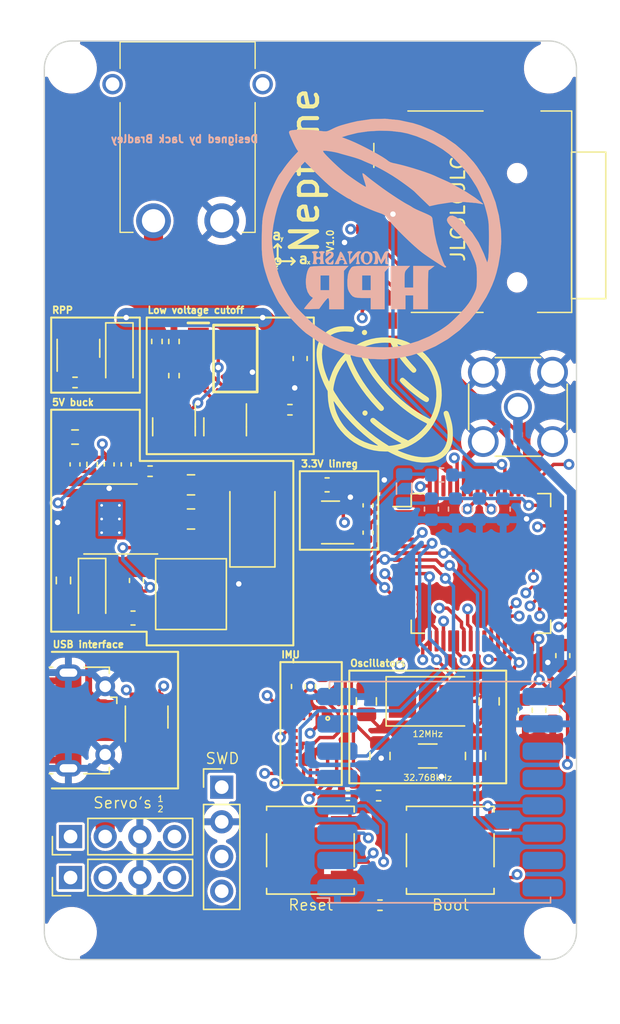
<source format=kicad_pcb>
(kicad_pcb (version 20221018) (generator pcbnew)
  (layers (0 "F.Cu" signal) (1 "In1.Cu" signal) (2 "In2.Cu" signal) (31 "B.Cu" signal) (34 "B.Paste" user) (35 "F.Paste" user) (36 "B.SilkS" user "B.Silkscreen") (37 "F.SilkS" user "F.Silkscreen") (38 "B.Mask" user) (39 "F.Mask" user) (44 "Edge.Cuts" user))
  (net 0 "")
  (net 1 "/STM32/OSC32_IN")
  (net 2 "GND")
  (net 3 "/STM32/OSC32_OUT")
  (net 4 "/STM32/OSC_OUT")
  (net 5 "+3.3V")
  (net 6 "+5V")
  (net 7 "VDC")
  (net 8 "Net-(U3-BOOT)")
  (net 9 "Net-(D2-K)")
  (net 10 "Net-(U7-VDDA)")
  (net 11 "VCC")
  (net 12 "Net-(U3-SS)")
  (net 13 "Net-(C17-Pad1)")
  (net 14 "Net-(U3-COMP)")
  (net 15 "/STM32/NRST")
  (net 16 "/STM32/OSC_IN")
  (net 17 "Net-(U7-VCAP1)")
  (net 18 "Net-(D1-A)")
  (net 19 "VBUS")
  (net 21 "/CS_SD")
  (net 22 "/MOSI_SD")
  (net 23 "/CLK_SD")
  (net 24 "/MISO_SD")
  (net 26 "Net-(J2-Pin_1)")
  (net 27 "Net-(J3-In)")
  (net 28 "/STM32/USB_conn_D-")
  (net 29 "/STM32/USB_conn_D+")
  (net 31 "/STM32/SWDIO")
  (net 32 "/STM32/SWCLK")
  (net 33 "/STM32/S1_control")
  (net 34 "/STM32/S1_feedback")
  (net 35 "/STM32/S2_control")
  (net 36 "/STM32/S2_feedback")
  (net 37 "Net-(Q2-G)")
  (net 38 "Net-(U1-K)")
  (net 39 "Net-(U2A--)")
  (net 40 "Net-(U3-EN)")
  (net 41 "Net-(U3-VSENSE)")
  (net 42 "/STM32/BOOT0")
  (net 43 "/MISO_RF")
  (net 44 "/MOSI_RF")
  (net 45 "/SCK_RF")
  (net 46 "/CS_RF")
  (net 47 "/RESET_RF")
  (net 51 "/RF_1O0")
  (net 54 "/STM32/USB_D-")
  (net 55 "/STM32/USB_D+")
  (net 60 "/IMU_SCK")
  (net 61 "/IMU_MISO")
  (net 62 "/IMU_MOSI")
  (net 65 "/CE_ACC")
  (net 66 "/CE_GYR")
  (net 67 "/CE_MAG")
  (net 90 "+3V3")
  (footprint "Resistor_SMD:R_0402_1005Metric" (layer "F.Cu") (at 100.25 82.75 -90)
    (fp_text reference "R4" hide)
    (fp_text value "10k")
  )
  (footprint "Local Library:neptune_outline" (layer "F.Cu") (at 115.7 86.625 -90)
    (fp_text reference "G***" hide)
    (fp_text value "LOGO" hide)
  )
  (footprint "Capacitor_SMD:C_0805_2012Metric" (layer "F.Cu") (at 123.35 109.1 -90)
    (fp_text reference "C3" hide)
    (fp_text value "33p")
  )
  (footprint "Capacitor_SMD:C_0402_1005Metric" (layer "F.Cu") (at 114.475 96.75 -90)
    (fp_text reference "C16" hide)
    (fp_text value "1u")
  )
  (footprint "Package_TO_SOT_SMD:SOT-23" (layer "F.Cu") (at 104 89 -90)
    (fp_text reference "U1" hide)
    (fp_text value "ADR5040ARTZ-2.048")
  )
  (footprint "Resistor_SMD:R_0402_1005Metric" (layer "F.Cu") (at 115.35 124.025)
    (fp_text reference "R10" hide)
    (fp_text value "10k")
  )
  (footprint "Resistor_SMD:R_0603_1608Metric" (layer "F.Cu") (at 93 89.75 180)
    (fp_text reference "R9" hide)
    (fp_text value "1.91k")
  )
  (footprint "Capacitor_SMD:C_0402_1005Metric" (layer "F.Cu") (at 96.75 91.75 90)
    (fp_text reference "C15" hide)
    (fp_text value "8.2n")
  )
  (footprint "Capacitor_SMD:C_0805_2012Metric" (layer "F.Cu") (at 114.35 109.1 -90)
    (fp_text reference "C21" hide)
    (fp_text value "33p")
  )
  (footprint "Capacitor_SMD:C_0603_1608Metric" (layer "F.Cu") (at 97.25 103)
    (fp_text reference "C19" hide)
    (fp_text value "10u")
  )
  (footprint "Resistor_SMD:R_0402_1005Metric" (layer "F.Cu") (at 115.25 116)
    (fp_text reference "R11" hide)
    (fp_text value "10k")
  )
  (footprint "Capacitor_SMD:C_0402_1005Metric" (layer "F.Cu") (at 113 116 180)
    (fp_text reference "C20" hide)
    (fp_text value "1u")
  )
  (footprint "Capacitor_SMD:C_0603_1608Metric" (layer "F.Cu") (at 109.5 84 -90)
    (fp_text reference "C7" hide)
    (fp_text value "100nF")
  )
  (footprint "Diode_SMD:D_SOD-123" (layer "F.Cu") (at 94.25 101 -90)
    (fp_text reference "D3" hide)
    (fp_text value "B5819W")
  )
  (footprint "MountingHole:MountingHole_3.2mm_M3" (layer "F.Cu") (at 127.75 62.75)
    (fp_text reference "H1")
    (fp_text value "MountingHole")
  )
  (footprint "Resistor_SMD:R_0402_1005Metric" (layer "F.Cu") (at 94.25 91.75 90)
    (fp_text reference "R7" hide)
    (fp_text value "36.5k")
  )
  (footprint "Connector_PinHeader_2.54mm:PinHeader_1x04_P2.54mm_Vertical" (layer "F.Cu") (at 92.67 119 90)
    (fp_text reference "J7" hide)
    (fp_text value "Conn_01x04")
  )
  (footprint "Local Library:THD252811SDGF" (layer "F.Cu") (at 122.15 73.25 90)
    (fp_text reference "J1" hide)
    (fp_text value "THD2528-11SD-GF" hide)
  )
  (footprint "Crystal:Crystal_SMD_5032-2Pin_5.0x3.2mm" (layer "F.Cu") (at 118.85 109.1)
    (fp_text reference "Y2" hide)
    (fp_text value "12MHz")
  )
  (footprint "Capacitor_SMD:C_0603_1608Metric" (layer "F.Cu") (at 128.01 109.75 -90)
    (fp_text reference "C4" hide)
    (fp_text value "100nF")
  )
  (footprint "MountingHole:MountingHole_3.2mm_M3" (layer "F.Cu") (at 92.75 62.75)
    (fp_text reference "H2")
    (fp_text value "MountingHole")
  )
  (footprint "Package_TO_SOT_SMD:SOT-23" (layer "F.Cu") (at 111.725 96 180)
    (fp_text reference "U4" hide)
    (fp_text value "LP3993-33B3F")
  )
  (footprint "Connector_PinHeader_2.54mm:PinHeader_1x04_P2.54mm_Vertical" (layer "F.Cu") (at 103.75 115.38)
    (fp_text reference "J5" hide)
    (fp_text value "Conn_01x04")
  )
  (footprint "Local Library:IHLP2020CZER100M01" (layer "F.Cu") (at 101.5 101.25 -90)
    (fp_text reference "L1" hide)
    (fp_text value "IHLP2020CZER100M01")
  )
  (footprint "Resistor_SMD:R_0402_1005Metric" (layer "F.Cu") (at 99 82.75 90)
    (fp_text reference "R3" hide)
    (fp_text value "30k")
  )
  (footprint "Capacitor_SMD:C_0603_1608Metric" (layer "F.Cu") (at 111.475 93.25)
    (fp_text reference "C6" hide)
    (fp_text value "100nF")
  )
  (footprint "Package_TO_SOT_SMD:SOT-23" (layer "F.Cu") (at 93.25 83.25 90)
    (fp_text reference "Q1" hide)
    (fp_text value "Si2301-TP")
  )
  (footprint "Local Library:XT30PWM" (layer "F.Cu") (at 101.25 68)
    (fp_text reference "J2" hide)
    (fp_text value "Conn_01x02" hide)
  )
  (footprint "Package_SO:SOIC-8-1EP_3.9x4.9mm_P1.27mm_EP2.29x3mm_ThermalVias" (layer "F.Cu") (at 95.6 95.75 180)
    (fp_text reference "U3" hide)
    (fp_text value "TPS54331D")
  )
  (footprint "Connector_Coaxial:SMA_Amphenol_132291_Vertical" (layer "F.Cu") (at 125.46 87.54)
    (fp_text reference "J3" hide)
    (fp_text value "Conn_Coaxial")
  )
  (footprint "Capacitor_SMD:C_0603_1608Metric" (layer "F.Cu") (at 97.5 100.25 90)
    (fp_text reference "C8" hide)
    (fp_text value "100nF")
  )
  (footprint "Capacitor_SMD:C_0402_1005Metric" (layer "F.Cu") (at 95.5 91.75 -90)
    (fp_text reference "C18" hide)
    (fp_text value "10p")
  )
  (footprint "Capacitor_SMD:C_0805_2012Metric" (layer "F.Cu") (at 122.35 113.1 -90)
    (fp_text reference "C1" hide)
    (fp_text value "15p")
  )
  (footprint "Resistor_SMD:R_0402_1005Metric" (layer "F.Cu") (at 100.25 85.25 -90)
    (fp_text reference "R1" hide)
    (fp_text value "56k")
  )
  (footprint "Capacitor_SMD:C_0402_1005Metric" (layer "F.Cu") (at 114.475 94.75 -90)
    (fp_text reference "C13" hide)
    (fp_text value "1u")
  )
  (footprint "Resistor_SMD:R_0603_1608Metric" (layer "F.Cu") (at 92.15 100.25 -90)
    (fp_text reference "R8" hide)
    (fp_text value "10.2k")
  )
  (footprint "Capacitor_SMD:C_0603_1608Metric" (layer "F.Cu") (at 128.75 105.75 -90)
    (fp_text reference "C26" hide)
    (fp_text value "4.7u")
  )
  (footprint "Resistor_SMD:R_0402_1005Metric" (layer "F.Cu") (at 108.75 87.75)
    (fp_text reference "R5" hide)
    (fp_text value "100k")
  )
  (footprint "Connector_USB:USB_Micro-B_Molex-105017-0001" (layer "F.Cu") (at 93.75 110.5 -90)
    (fp_text reference "J4" hide)
    (fp_text value "USB_B_Micro")
  )
  (footprint "Capacitor_SMD:C_0805_2012Metric_Pad1.18x1.45mm_HandSolder" (layer "F.Cu") (at 101.5 93.25)
    (fp_text reference "C14" hide)
    (fp_text value "10u")
  )
  (footprint "Package_TO_SOT_SMD:SOT-23-6" (layer "F.Cu") (at 98.25 110.25 90)
    (fp_text reference "U6" hide)
    (fp_text value "USBLC6-2SC6")
  )
  (footprint "MountingHole:MountingHole_3.2mm_M3" (layer "F.Cu") (at 92.75 126)
    (fp_text reference "H3")
    (fp_text value "MountingHole")
  )
  (footprint "Package_QFP:LQFP-64_10x10mm_P0.5mm" (layer "F.Cu") (at 122.75 99)
    (fp_text reference "U7" hide)
    (fp_text value "STM32F411RETx")
  )
  (footprint "Capacitor_SMD:C_0805_2012Metric" (layer "F.Cu") (at 115.35 113.1 -90)
    (fp_text reference "C2" hide)
    (fp_text value "15p")
  )
  (footprint "MountingHole:MountingHole_3.2mm_M3" (layer "F.Cu") (at 127.75 126)
    (fp_text reference "H4")
    (fp_text value "MountingHole")
  )
  (footprint "Capacitor_SMD:C_0805_2012Metric_Pad1.18x1.45mm_HandSolder" (layer "F.Cu") (at 101.5 95.75)
    (fp_text reference "C12" hide)
    (fp_text value "10u")
  )
  (footprint "Capacitor_SMD:C_0402_1005Metric" (layer "F.Cu") (at 93 91.75 90)
    (fp_text reference "C17" hide)
    (fp_text value "1n")
  )
  (footprint "Button_Switch_SMD:SW_Push_1P1T_NO_CK_KSC6xxJ" (layer "F.Cu") (at 120.5 120 180)
    (fp_text reference "SW1" hide)
    (fp_text value "TS-1187A-B-A-B")
  )
  (footprint "Capacitor_SMD:C_0603_1608Metric" (layer "F.Cu") (at 126 109.75 -90)
    (fp_text reference "C5" hide)
    (fp_text value "100nF")
  )
  (footprint "Capacitor_SMD:C_0603_1608Metric" (layer "F.Cu") (at 109.375 108.012249 90)
    (fp_text reference "C24" hide)
    (fp_text value "100nF")
  )
  (footprint "Diode_SMD:D_SOD-123" (layer "F.Cu") (at 96.25 83.75 -90)
    (fp_text reference "D1" hide)
    (fp_text value "B5819W")
  )
  (footprint "Button_Switch_SMD:SW_Push_1P1T_NO_CK_KSC6xxJ" (layer "F.Cu") (at 110.25 120 180)
    (fp_text reference "SW2" hide)
    (fp_text value "TS-1187A-B-A-B")
  )
  (footprint "Capacitor_SMD:C_0603_1608Metric" (layer "F.Cu") (at 111.125 108.012249 90)
    (fp_text reference "C25" hide)
    (fp_text value "100nF")
  )
  (footprint "Diode_SMD:D_SMA" (layer "F.Cu") (at 106 95.75 90)
    (fp_text reference "D2" hide)
    (fp_text value "RB056LAM-40TR")
  )
  (footprint "Local Library:SOIC127P600X175-8N" (layer "F.Cu") (at 104.75 84)
    (fp_text reference "U2" hide)
    (fp_text value "LM393" hide)
  )
  (footprint "Crystal:Crystal_SMD_3215-2Pin_3.2x1.5mm" (layer "F.Cu") (at 118.85 113.1)
    (fp_text reference "Y1" hide)
    (fp_text value "32.768k")
  )
  (footprint "Local Library:BMX055" (layer "F.Cu") (at 110.25 112.25)
    (fp_text reference "U8" hide)
    (fp_text value "BMX055")
  )
  (footprint "Connector_PinHeader_2.54mm:PinHeader_1x04_P2.54mm_Vertical" (layer "F.Cu") (at 92.67 122 90)
    (fp_text reference "J6" hide)
    (fp_text value "Conn_01x04")
  )
  (footprint "Resistor_SMD:R_0402_1005Metric" (layer "F.Cu") (at 98.5 92.25)
    (fp_text reference "R6" hide)
    (fp_text value "NC")
  )
  (footprint "Resistor_SMD:R_0402_1005Metric" (layer "F.Cu") (at 93 85.75)
    (fp_text reference "R2" hide)
    (fp_text value "100k")
  )
  (footprint "Package_TO_SOT_SMD:SOT-23" (layer "F.Cu") (at 100.25 89 -90)
    (fp_text reference "Q2" hide)
    (fp_text value "AO3401A")
  )
  (footprint "Capacitor_SMD:C_0603_1608Metric" (layer "B.Cu") (at 124.38 95.025 -90)
    (fp_text reference "C23" hide)
    (fp_text value "1u")
  )
  (footprint "Local_footprints:HPR_Logo" (layer "B.Cu") (at 115.5 75.25 180)
    (fp_text reference "H5" hide)
    (fp_text value "HPR_Logo" hide)
  )
  (footprint "Capacitor_SMD:C_0603_1608Metric" (layer "B.Cu") (at 120.88 95.025 -90)
    (fp_text reference "C10" hide)
    (fp_text value "100nF")
  )
  (footprint "RF_Module:HOPERF_RFM9XW_SMD" (layer "B.Cu") (at 119.75 115.75)
    (fp_text reference "U5" hide)
    (fp_text value "RFM95W-915S2")
  )
  (footprint "Inductor_SMD:L_0805_2012Metric" (layer "B.Cu") (at 117.12 93.525 90)
    (fp_text reference "L2" hide)
    (fp_text value "10u")
  )
  (footprint "Capacitor_SMD:C_0603_1608Metric" (layer "B.Cu") (at 119.12 95.025 -90)
    (fp_text reference "C9" hide)
    (fp_text value "100nF")
  )
  (footprint "Capacitor_SMD:C_0603_1608Metric" (layer "B.Cu") (at 122.63 95.025 -90)
    (fp_text reference "C22" hide)
    (fp_text value "10n")
  )
  (footprint "Capacitor_SMD:C_0603_1608Metric" (layer "B.Cu") (at 119.87 92.525)
    (fp_text reference "C11" hide)
    (fp_text value "100nF")
  )
  (gr_line (start 107.85 76.875) (end 109.1 76.875) (stroke (width 0.15)) (layer "F.SilkS"))
  (gr_line (start 109 106.25) (end 109 106) (stroke (width 0.15)) (layer "F.SilkS"))
  (gr_line (start 108.05 115.225) (end 108.05 106.225) (stroke (width 0.15)) (layer "F.SilkS"))
  (gr_line (start 91.25 81) (end 97.5 81) (stroke (width 0.15)) (layer "F.SilkS"))
  (gr_line (start 98.25 91) (end 110.5 91) (stroke (width 0.15)) (layer "F.SilkS"))
  (gr_line (start 91.25 86.5) (end 91.25 81) (stroke (width 0.15)) (layer "F.SilkS"))
  (gr_line (start 110.5 81) (end 110.5 91) (stroke (width 0.15)) (layer "F.SilkS"))
  (gr_line (start 112.55 115.225) (end 108.05 115.225) (stroke (width 0.15)) (layer "F.SilkS"))
  (gr_line (start 97.75 87.75) (end 97.75 91.5) (stroke (width 0.15)) (layer "F.SilkS"))
  (gr_line (start 91.3 105.475) (end 100.55 105.475) (stroke (width 0.15)) (layer "F.SilkS"))
  (gr_circle (center 107.85 76.875) (end 107.75 77.075) (stroke (width 0.15)) (fill none) (layer "F.SilkS"))
  (gr_line (start 109.1 76.875) (end 108.85 77.125) (stroke (width 0.15)) (layer "F.SilkS"))
  (gr_line (start 113.1 106.85) (end 124.6 106.85) (stroke (width 0.15)) (layer "F.SilkS"))
  (gr_line (start 124.6 115.1) (end 113.1 115.1) (stroke (width 0.15)) (layer "F.SilkS"))
  (gr_line (start 113.1 106.85) (end 113.1 115.1) (stroke (width 0.15)) (layer "F.SilkS"))
  (gr_line (start 107.85 75.625) (end 108.1 75.875) (stroke (width 0.15)) (layer "F.SilkS"))
  (gr_line (start 109.475 92.25) (end 115.225 92.25) (stroke (width 0.15)) (layer "F.SilkS"))
  (gr_line (start 112.55 114.975) (end 112.55 115.225) (stroke (width 0.15)) (layer "F.SilkS"))
  (gr_line (start 98.25 81) (end 110.5 81) (stroke (width 0.15)) (layer "F.SilkS"))
  (gr_line (start 97.75 81) (end 97.75 86.5) (stroke (width 0.15)) (layer "F.SilkS"))
  (gr_line (start 100.55 115.225) (end 100.55 115.475) (stroke (width 0.15)) (layer "F.SilkS"))
  (gr_line (start 109.1 76.875) (end 108.85 76.625) (stroke (width 0.15)) (layer "F.SilkS"))
  (gr_line (start 112.55 106.225) (end 112.55 114.975) (stroke (width 0.15)) (layer "F.SilkS"))
  (gr_line (start 97.5 81) (end 97.75 81) (stroke (width 0.15)) (layer "F.SilkS"))
  (gr_line (start 98.25 81) (end 98.25 91) (stroke (width 0.15)) (layer "F.SilkS"))
  (gr_line (start 91.25 104) (end 98.25 104) (stroke (width 0.15)) (layer "F.SilkS"))
  (gr_line (start 98.25 104) (end 98.25 105) (stroke (width 0.15)) (layer "F.SilkS"))
  (gr_line (start 107.85 75.625) (end 107.6 75.875) (stroke (width 0.15)) (layer "F.SilkS"))
  (gr_line (start 109 91.5) (end 109 105) (stroke (width 0.15)) (layer "F.SilkS"))
  (gr_line (start 100.55 115.475) (end 91.3 115.475) (stroke (width 0.15)) (layer "F.SilkS"))
  (gr_line (start 91.25 87.75) (end 91.25 104) (stroke (width 0.15)) (layer "F.SilkS"))
  (gr_line (start 107.85 76.875) (end 107.85 75.625) (stroke (width 0.15)) (layer "F.SilkS"))
  (gr_line (start 115.225 98) (end 109.475 98) (stroke (width 0.15)) (layer "F.SilkS"))
  (gr_line (start 91.25 87.75) (end 97.75 87.75) (stroke (width 0.15)) (layer "F.SilkS"))
  (gr_line (start 115.225 92.25) (end 115.225 98) (stroke (width 0.15)) (layer "F.SilkS"))
  (gr_line (start 109.475 98) (end 109.475 92.25) (stroke (width 0.15)) (layer "F.SilkS"))
  (gr_line (start 108.05 106.225) (end 112.55 106.225) (stroke (width 0.15)) (layer "F.SilkS"))
  (gr_line (start 124.6 106.85) (end 124.6 115.1) (stroke (width 0.15)) (layer "F.SilkS"))
  (gr_line (start 100.55 105.475) (end 100.55 115.225) (stroke (width 0.15)) (layer "F.SilkS"))
  (gr_line (start 97.75 91.5) (end 109 91.5) (stroke (width 0.15)) (layer "F.SilkS"))
  (gr_line (start 97.75 86.5) (end 91.25 86.5) (stroke (width 0.15)) (layer "F.SilkS"))
  (gr_line (start 98.25 105) (end 109 105) (stroke (width 0.15)) (layer "F.SilkS"))
  (gr_arc (start 90.75 62.75) (mid 91.335786 61.335786) (end 92.75 60.75) (stroke (width 0.1)) (layer "Edge.Cuts"))
  (gr_line (start 127.75 128) (end 92.75 128) (stroke (width 0.1)) (layer "Edge.Cuts"))
  (gr_line (start 92.75 60.75) (end 127.75 60.75) (stroke (width 0.1)) (layer "Edge.Cuts"))
  (gr_line (start 129.75 62.75) (end 129.75 126) (stroke (width 0.1)) (layer "Edge.Cuts"))
  (gr_line (start 90.75 126) (end 90.75 62.75) (stroke (width 0.1)) (layer "Edge.Cuts"))
  (gr_arc (start 129.75 126) (mid 129.164214 127.414214) (end 127.75 128) (stroke (width 0.1)) (layer "Edge.Cuts"))
  (gr_arc (start 92.75 128) (mid 91.335786 127.414214) (end 90.75 126) (stroke (width 0.1)) (layer "Edge.Cuts"))
  (gr_arc (start 127.75 60.75) (mid 129.164214 61.335786) (end 129.75 62.75) (stroke (width 0.1)) (layer "Edge.Cuts"))
  (gr_text "Designed by Jack Bradley" (at 106.5 68.25) (layer "B.SilkS") (effects (font (size 0.55 0.55) (thickness 0.1375) bold) (justify left bottom mirror)))
  (gr_text "Boot" (at 119.102619 124.475) (layer "F.SilkS") (effects (font (size 0.8 0.8) (thickness 0.1)) (justify left bottom)))
  (gr_text "SWD" (at 102.5 113.75) (layer "F.SilkS") (effects (font (size 0.8 0.8) (thickness 0.1)) (justify left bottom)))
  (gr_text "a" (at 109.3 77.125) (layer "F.SilkS") (effects (font (size 0.75 0.75)) (justify left bottom)))
  (gr_text "y" (at 108 75.375) (layer "F.SilkS") (effects (font (size 0.3 0.3) (thickness 0.075)) (justify left bottom)))
  (gr_text "IMU\n" (at 108.05 105.975) (layer "F.SilkS") (effects (font (size 0.5 0.5) (thickness 0.125)) (justify left bottom)))
  (gr_text "V1.0" (at 112 76.25 90) (layer "F.SilkS") (effects (font (size 0.5 0.5) (thickness 0.1) bold) (justify left bottom)))
  (gr_text "Servo's" (at 94.272619 117) (layer "F.SilkS") (effects (font (size 0.8 0.8) (thickness 0.1)) (justify left bottom)))
  (gr_text "Neptune\n" (at 111 76.5 90) (layer "F.SilkS") (effects (font (size 2 2) (thickness 0.3)) (justify left bottom)))
  (gr_text "12MHz" (at 117.697679 111.75) (layer "F.SilkS") (effects (font (size 0.45 0.45) (thickness 0.075)) (justify left bottom)))
  (gr_text "Low voltage cutoff" (at 98.25 80.75) (layer "F.SilkS") (effects (font (size 0.5 0.5) (thickness 0.125)) (justify left bottom)))
  (gr_text "3.3V linreg" (at 109.5 92) (layer "F.SilkS") (effects (font (size 0.5 0.5) (thickness 0.125)) (justify left bottom)))
  (gr_text "JLCJLCJLC" (at 121.65 77 90) (layer "F.SilkS") (effects (font (size 1 1)) (justify left bottom)))
  (gr_text "32.768kHz" (at 117.022679 114.95) (layer "F.SilkS") (effects (font (size 0.45 0.45) (thickness 0.075)) (justify left bottom)))
  (gr_text "z" (at 107.6 77.475) (layer "F.SilkS") (effects (font (size 0.3 0.3) (thickness 0.075)) (justify left bottom)))
  (gr_text "5V buck\n" (at 91.25 87.5) (layer "F.SilkS") (effects (font (size 0.5 0.5) (thickness 0.125)) (justify left bottom)))
  (gr_text "a" (at 106.95 77.475) (layer "F.SilkS") (effects (font (size 0.75 0.75)) (justify left bottom)))
  (gr_text "RPP" (at 91.25 80.75) (layer "F.SilkS") (effects (font (size 0.5 0.5) (thickness 0.125)) (justify left bottom)))
  (gr_text "x\n" (at 109.95 77.125) (layer "F.SilkS") (effects (font (size 0.3 0.3) (thickness 0.075)) (justify left bottom)))
  (gr_text "1" (at 99 116.5) (layer "F.SilkS") (effects (font (size 0.45 0.45) (thickness 0.075)) (justify left bottom)))
  (gr_text "USB interface" (at 91.3 105.225) (layer "F.SilkS") (effects (font (size 0.5 0.5) (thickness 0.125)) (justify left bottom)))
  (gr_text "2" (at 99 117.25) (layer "F.SilkS") (effects (font (size 0.45 0.45) (thickness 0.075)) (justify left bottom)))
  (gr_text "Oscillators" (at 113.1 106.6) (layer "F.SilkS") (effects (font (size 0.5 0.5) (thickness 0.125)) (justify left bottom)))
  (gr_text "Reset" (at 108.566905 124.475) (layer "F.SilkS") (effects (font (size 0.8 0.8) (thickness 0.1)) (justify left bottom)))
  (gr_text "a" (at 107.35 75.375) (layer "F.SilkS") (effects (font (size 0.75 0.75)) (justify left bottom)))
  (segment (start 115.25 96.25) (end 117.075 96.25) (width 0.25) (layer "F.Cu") (net 1))
  (segment (start 113.4 113.638173) (end 113.4 111.274569) (width 0.25) (layer "F.Cu") (net 1))
  (segment (start 118.325 114.875) (end 114.636827 114.875) (width 0.25) (layer "F.Cu") (net 1))
  (segment (start 115.25 97.5) (end 115.25 96.25) (width 0.25) (layer "F.Cu") (net 1))
  (segment (start 112.8 99.95) (end 115.25 97.5) (width 0.25) (layer "F.Cu") (net 1))
  (segment (start 120.1 113.1) (end 121.4 113.1) (width 0.25) (layer "F.Cu") (net 1))
  (segment (start 113.4 111.274569) (end 112.8 110.674569) (width 0.25) (layer "F.Cu") (net 1))
  (segment (start 121.4 113.1) (end 122.35 112.15) (width 0.25) (layer "F.Cu") (net 1))
  (segment (start 112.8 110.674569) (end 112.8 99.95) (width 0.25) (layer "F.Cu") (net 1))
  (segment (start 114.636827 114.875) (end 113.4 113.638173) (width 0.25) (layer "F.Cu") (net 1))
  (segment (start 120.1 113.1) (end 118.325 114.875) (width 0.25) (layer "F.Cu") (net 1))
  (segment (start 109.5 85.75) (end 109.5 84.775) (width 0.25) (layer "F.Cu") (net 2))
  (segment (start 127.434315 95.6) (end 126.228728 95.6) (width 0.25) (layer "F.Cu") (net 2))
  (segment (start 114.475 97.23) (end 112.9425 97.23) (width 0.25) (layer "F.Cu") (net 2))
  (segment (start 127.925 106.525) (end 127.65 106.25) (width 0.25) (layer "F.Cu") (net 2))
  (segment (start 128.425 95.75) (end 127.584315 95.75) (width 0.25) (layer "F.Cu") (net 2))
  (segment (start 119.5 103.834315) (end 118.175 102.509315) (width 0.25) (layer "F.Cu") (net 2))
  (segment (start 113.179392 94.1505) (end 112.278892 93.25) (width 0.25) (layer "F.Cu") (net 2))
  (segment (start 126 105.515685) (end 126 104.675) (width 0.25) (layer "F.Cu") (net 2))
  (segment (start 109.1 86.15) (end 109.5 85.75) (width 0.25) (layer "F.Cu") (net 2))
  (segment (start 92.1095 96.385) (end 91.7245 96) (width 0.25) (layer "F.Cu") (net 2))
  (segment (start 93.125 96.385) (end 92.1095 96.385) (width 0.25) (layer "F.Cu") (net 2))
  (segment (start 115.625 111.325) (end 122.075 111.325) (width 0.25) (layer "F.Cu") (net 2))
  (segment (start 93 91.27) (end 93 90.575) (width 0.25) (layer "F.Cu") (net 2))
  (segment (start 128.75 106.525) (end 127.925 106.525) (width 0.25) (layer "F.Cu") (net 2))
  (segment (start 111.075 113.25) (end 111.5125 113.25) (width 0.25) (layer "F.Cu") (net 2))
  (segment (start 95.782391 92.23) (end 96.742391 91.27) (width 0.25) (layer "F.Cu") (net 2))
  (segment (start 95.5 92.23) (end 95.782391 92.23) (width 0.25) (layer "F.Cu") (net 2))
  (segment (start 95.5 93.5) (end 95.5 92.23) (width 0.25) (layer "F.Cu") (net 2))
  (segment (start 112.9425 97.23) (end 112.6625 96.95) (width 0.25) (layer "F.Cu") (net 2))
  (segment (start 115.35 114.05) (end 115.35 113.3495) (width 0.25) (layer "F.Cu") (net 2))
  (segment (start 114.35 110.05) (end 115.625 111.325) (width 0.25) (layer "F.Cu") (net 2))
  (segment (start 114.475 95.23) (end 114.878604 95.23) (width 0.25) (layer "F.Cu") (net 2))
  (segment (start 115.666825 94.441779) (end 115.666825 92.891077) (width 0.25) (layer "F.Cu") (net 2))
  (segment (start 112.52 116) (end 112.625 115.895) (width 0.25) (layer "F.Cu") (net 2))
  (segment (start 126.734315 106.25) (end 126 105.515685) (width 0.25) (layer "F.Cu") (net 2))
  (segment (start 111.074749 112.25) (end 110.599749 112.725) (width 0.25) (layer "F.Cu") (net 2))
  (segment (start 102.038 85.905) (end 103.05 86.917) (width 0.25) (layer "F.Cu") (net 2))
  (segment (start 96.742391 91.27) (end 96.75 91.27) (width 0.25) (layer "F.Cu") (net 2))
  (segment (start 112.625 115.895) (end 112.625 112.806914) (width 0.25) (layer "F.Cu") (net 2))
  (segment (start 126.228728 95.6) (end 126.091823 95.736905) (width 0.25) (layer "F.Cu") (net 2))
  (segment (start 111.5125 113.75) (end 111.5125 113.25) (width 0.25) (layer "F.Cu") (net 2))
  (segment (start 93 90.575) (end 93.825 89.75) (width 0.25) (layer "F.Cu") (net 2))
  (segment (start 127.584315 95.75) (end 127.434315 95.6) (width 0.25) (layer "F.Cu") (net 2))
  (segment (start 117.915685 100.75) (end 117.075 100.75) (width 0.25) (layer "F.Cu") (net 2))
  (segment (start 127.65 106.25) (end 126.734315 106.25) (width 0.25) (layer "F.Cu") (net 2))
  (segment (start 110.55 112.725) (end 111.075 113.25) (width 0.25) (layer "F.Cu") (net 2))
  (segment (start 119.5 104.675) (end 119.5 103.834315) (width 0.25) (layer "F.Cu") (net 2))
  (segment (start 115.35 113.3495) (end 115.437451 113.262049) (width 0.25) (layer "F.Cu") (net 2))
  (segment (start 118.175 102.509315) (end 118.175 101.009315) (width 0.25) (layer "F.Cu") (net 2))
  (segment (start 112.278892 93.25) (end 112.25 93.25) (width 0.25) (layer "F.Cu") (net 2))
  (segment (start 103.05 86.917) (end 103.05 88.0625) (width 0.25) (layer "F.Cu") (net 2))
  (segment (start 111.5125 112.25) (end 111.074749 112.25) (width 0.25) (layer "F.Cu") (net 2))
  (segment (start 118.175 101.009315) (end 117.915685 100.75) (width 0.25) (layer "F.Cu") (net 2))
  (segment (start 112.625 112.806914) (end 112.068086 112.25) (width 0.25) (layer "F.Cu") (net 2))
  (segment (start 110.599749 112.725) (end 110.55 112.725) (width 0.25) (layer "F.Cu") (net 2))
  (segment (start 122.075 111.325) (end 123.35 110.05) (width 0.25) (layer "F.Cu") (net 2))
  (segment (start 112.068086 112.25) (end 111.5125 112.25) (width 0.25) (layer "F.Cu") (net 2))
  (segment (start 114.878604 95.23) (end 115.666825 94.441779) (width 0.25) (layer "F.Cu") (net 2))
  (via (at 119.85 114.6) (size 0.8) (drill 0.4) (layers "F.Cu" "B.Cu") (net 2))
  (via (at 113.179392 94.1505) (size 0.8) (drill 0.4) (layers "F.Cu" "B.Cu") (net 2))
  (via (at 127.65 106.25) (size 0.8) (drill 0.4) (layers "F.Cu" "B.Cu") (net 2))
  (via (at 109.1 86.15) (size 0.8) (drill 0.4) (layers "F.Cu" "B.Cu") (net 2))
  (via (at 91.7245 96) (size 0.8) (drill 0.4) (layers "F.Cu" "B.Cu") (net 2))
  (via (at 112.75 75.5) (size 0.8) (drill 0.4) (layers "F.Cu" "B.Cu") (net 2))
  (via (at 105 100.5) (size 0.8) (drill 0.4) (layers "F.Cu" "B.Cu") (net 2))
  (via (at 106 85) (size 0.8) (drill 0.4) (layers "F.Cu" "B.Cu") (net 2))
  (via (at 95.5 93.5) (size 0.8) (drill 0.4) (layers "F.Cu" "B.Cu") (net 2))
  (via (at 126.091823 95.736905) (size 0.8) (drill 0.4) (layers "F.Cu" "B.Cu") (net 2))
  (via (at 115.666825 92.891077) (size 0.8) (drill 0.4) (layers "F.Cu" "B.Cu") (net 2))
  (via (at 115.437451 113.262049) (size 0.8) (drill 0.4) (layers "F.Cu" "B.Cu") (net 2))
  (segment (start 91.7245 96) (end 93.75 96) (width 0.25) (layer "B.Cu") (net 2))
  (segment (start 94.825 94.175) (end 95.5 93.5) (width 0.25) (layer "B.Cu") (net 2))
  (segment (start 109.1 86.15) (end 107.15 86.15) (width 0.25) (layer "B.Cu") (net 2))
  (segment (start 94.375 95.375) (end 94.375 94.175) (width 0.25) (layer "B.Cu") (net 2))
  (segment (start 107.15 86.15) (end 106 85) (width 0.25) (layer "B.Cu") (net 2))
  (segment (start 94.375 94.175) (end 94.825 94.175) (width 0.25) (layer "B.Cu") (net 2))
  (segment (start 93.75 96) (end 94.375 95.375) (width 0.25) (layer "B.Cu") (net 2))
  (segment (start 115.7 96.75) (end 117.075 96.75) (width 0.25) (layer "F.Cu") (net 3))
  (segment (start 113.25 110.488173) (end 113.25 100.136396) (width 0.25) (layer "F.Cu") (net 3))
  (segment (start 115.35 112.15) (end 116.3 113.1) (width 0.25) (layer "F.Cu") (net 3))
  (segment (start 113.25 100.136396) (end 115.7 97.686396) (width 0.25) (layer "F.Cu") (net 3))
  (segment (start 115.7 97.686396) (end 115.7 96.75) (width 0.25) (layer "F.Cu") (net 3))
  (segment (start 114.911827 112.15) (end 113.25 110.488173) (width 0.25) (layer "F.Cu") (net 3))
  (segment (start 115.35 112.15) (end 114.911827 112.15) (width 0.25) (layer "F.Cu") (net 3))
  (segment (start 116.3 113.1) (end 117.6 113.1) (width 0.25) (layer "F.Cu") (net 3))
  (segment (start 120.7 107.2495) (end 120.7 109.1) (width 0.25) (layer "F.Cu") (net 4))
  (segment (start 122.4 109.1) (end 123.35 108.15) (width 0.25) (layer "F.Cu") (net 4))
  (segment (start 119.5 106.0495) (end 120.7 107.2495) (width 0.25) (layer "F.Cu") (net 4))
  (segment (start 120.7 109.1) (end 122.4 109.1) (width 0.25) (layer "F.Cu") (net 4))
  (segment (start 118.943863 97.75) (end 119.168363 97.5255) (width 0.25) (layer "F.Cu") (net 4))
  (segment (start 117.075 97.75) (end 118.943863 97.75) (width 0.25) (layer "F.Cu") (net 4))
  (via (at 119.5 106.0495) (size 0.8) (drill 0.4) (layers "F.Cu" "B.Cu") (net 4))
  (via (at 119.168363 97.5255) (size 0.8) (drill 0.4) (layers "F.Cu" "B.Cu") (net 4))
  (segment (start 118.25403 98.439833) (end 118.25403 103.25403) (width 0.25) (layer "B.Cu") (net 4))
  (segment (start 118.25403 103.25403) (end 118.25403 104.80353) (width 0.25) (layer "B.Cu") (net 4))
  (segment (start 119.168363 97.5255) (end 118.25403 98.439833) (width 0.25) (layer "B.Cu") (net 4))
  (segment (start 118.25403 104.80353) (end 119.5 106.0495) (width 0.25) (layer "B.Cu") (net 4))
  (segment (start 115.495 95.25) (end 117.075 95.25) (width 0.25) (layer "F.Cu") (net 5))
  (segment (start 112.6625 95.05) (end 112.6625 95.9125) (width 0.25) (layer "F.Cu") (net 5))
  (segment (start 117.6 117.4) (end 117.6 118) (width 0.25) (layer "F.Cu") (net 5))
  (segment (start 126 108.54) (end 127.0245 107.5155) (width 0.25) (layer "F.Cu") (net 5))
  (segment (start 126.847728 104.675) (end 126.5 104.675) (width 0.25) (layer "F.Cu") (net 5))
  (segment (start 123.4 118) (end 123.4 116.9) (width 0.25) (layer "F.Cu") (net 5))
  (segment (start 114.5 74.525) (end 113.2 74.525) (width 0.25) (layer "F.Cu") (net 5))
  (segment (start 116.51 116.75) (end 118.25 116.75) (width 0.25) (layer "F.Cu") (net 5))
  (segment (start 115.76 116) (end 116.51 116.75) (width 0.25) (layer "F.Cu") (net 5))
  (segment (start 118.25 116.75) (end 117.6 117.4) (width 0.25) (layer "F.Cu") (net 5))
  (segment (start 112.6625 95.05) (end 113.255 95.05) (width 0.25) (layer "F.Cu") (net 5))
  (segment (start 128.15 108.975) (end 129.1 109.925) (width 0.25) (layer "F.Cu") (net 5))
  (segment (start 113.255 95.05) (end 114.475 96.27) (width 0.25) (layer "F.Cu") (net 5))
  (segment (start 128.01 108.975) (end 128.15 108.975) (width 0.25) (layer "F.Cu") (net 5))
  (segment (start 129.1 109.925) (end 129.1 113.696783) (width 0.25) (layer "F.Cu") (net 5))
  (segment (start 123.25 116.75) (end 118.25 116.75) (width 0.25) (layer "F.Cu") (net 5))
  (segment (start 128.01 108.975) (end 128.01 108.501) (width 0.25) (layer "F.Cu") (net 5))
  (segment (start 129.1 113.696783) (end 129.086655 113.710128) (width 0.25) (layer "F.Cu") (net 5))
  (segment (start 128.01 108.501) (end 127.0245 107.5155) (width 0.25) (layer "F.Cu") (net 5))
  (segment (start 123.4 116.9) (end 123.25 116.75) (width 0.25) (layer "F.Cu") (net 5))
  (segment (start 126 108.975) (end 126 108.54) (width 0.25) (layer "F.Cu") (net 5))
  (segment (start 112.6625 95.9125) (end 112.75 96) (width 0.25) (layer "F.Cu") (net 5))
  (segment (start 127.001 104.521728) (end 126.847728 104.675) (width 0.25) (layer "F.Cu") (net 5))
  (segment (start 114.475 96.27) (end 115.495 95.25) (width 0.25) (layer "F.Cu") (net 5))
  (via (at 127.001 104.521728) (size 0.8) (drill 0.4) (layers "F.Cu" "B.Cu") (net 5))
  (via (at 120.011397 103.224756) (size 0.8) (drill 0.4) (layers "F.Cu" "B.Cu") (net 5))
  (via (at 113.2 74.525) (size 0.8) (drill 0.4) (layers "F.Cu" "B.Cu") (net 5))
  (via (at 110.25 108) (size 0.8) (drill 0.4) (layers "F.Cu" "B.Cu") (net 5))
  (via (at 126.25 94.75) (size 0.8) (drill 0.4) (layers "F.Cu" "B.Cu") (net 5))
  (via (at 112.75 96) (size 0.8) (drill 0.4) (layers "F.Cu" "B.Cu") (net 5))
  (via (at 129.086655 113.710128) (size 0.8) (drill 0.4) (layers "F.Cu" "B.Cu") (net 5))
  (via (at 127.0245 107.5155) (size 0.8) (drill 0.4) (layers "F.Cu" "B.Cu") (net 5))
  (via (at 123.25 116.75) (size 0.8) (drill 0.4) (layers "F.Cu" "B.Cu") (net 5))
  (via (at 118.303559 93.374121) (size 0.8) (drill 0.4) (layers "F.Cu" "B.Cu") (net 5))
  (segment (start 127.0245 107.5155) (end 126.925 107.416) (width 0.25) (layer "B.Cu") (net 5))
  (segment (start 126.925 107.416) (end 126.925 104.597728) (width 0.25) (layer "B.Cu") (net 5))
  (segment (start 126.925 104.597728) (end 127.001 104.521728) (width 0.25) (layer "B.Cu") (net 5))
  (segment (start 123.25 116.75) (end 127.275 116.75) (width 0.25) (layer "B.Cu") (net 5))
  (segment (start 114.475 93.40901) (end 114.475 94.05) (width 1.4) (layer "F.Cu") (net 6))
  (segment (start 111.55901 91.875) (end 112.94099 91.875) (width 1.4) (layer "F.Cu") (net 6))
  (segment (start 97.45901 104.5) (end 100.6755 104.5) (width 1.4) (layer "F.Cu") (net 6))
  (segment (start 96.475 103.51599) (end 97.45901 104.5) (width 1.4) (layer "F.Cu") (net 6))
  (segment (start 95.4 100.5) (end 94.25 99.35) (width 1.4) (layer "F.Cu") (net 6))
  (segment (start 100.8 111.934924) (end 97.759924 114.975) (width 1.4) (layer "F.Cu") (net 6))
  (segment (start 110.7875 96.9625) (end 110.7875 96) (width 1.4) (layer "F.Cu") (net 6))
  (segment (start 110.7 93.25) (end 110.7 92.73401) (width 1.4) (layer "F.Cu") (net 6))
  (segment (start 112.94099 91.875) (end 114.475 93.40901) (width 1.4) (layer "F.Cu") (net 6))
  (segment (start 95.55 114.975) (end 95.21 115.315) (width 1.4) (layer "F.Cu") (net 6))
  (segment (start 110.7875 96) (end 110.7875 93.3375) (width 1.4) (layer "F.Cu") (net 6))
  (segment (start 94.25 99.35) (end 94.25 99.355635) (width 1.4) (layer "F.Cu") (net 6))
  (segment (start 94.25 99.355635) (end 92.530635 101.075) (width 1.4) (layer "F.Cu") (net 6))
  (segment (start 101.5 103.6755) (end 100.8 104.3755) (width 1.4) (layer "F.Cu") (net 6))
  (segment (start 95.75 100.5) (end 95.4 100.5) (width 1.4) (layer "F.Cu") (net 6))
  (segment (start 110.7875 93.3375) (end 110.7 93.25) (width 1.4) (layer "F.Cu") (net 6))
  (segment (start 100.8 104.3755) (end 100.8 111.934924) (width 1.4) (layer "F.Cu") (net 6))
  (segment (start 95.21 119) (end 95.21 115.315) (width 1.4) (layer "F.Cu") (net 6))
  (segment (start 101.5 103.6755) (end 104.0745 103.6755) (width 1.4) (layer "F.Cu") (net 6))
  (segment (start 95.75 101.95901) (end 95.75 100.5) (width 1.4) (layer "F.Cu") (net 6))
  (segment (start 96.475 103) (end 96.475 102.68401) (width 1.4) (layer "F.Cu") (net 6))
  (segment (start 110.7 92.73401) (end 111.55901 91.875) (width 1.4) (layer "F.Cu") (net 6))
  (segment (start 96.475 103) (end 96.475 103.51599) (width 1.4) (layer "F.Cu") (net 6))
  (segment (start 92.530635 101.075) (end 92.15 101.075) (width 1.4) (layer "F.Cu") (net 6))
  (segment (start 97.759924 114.975) (end 95.55 114.975) (width 1.4) (layer "F.Cu") (net 6))
  (segment (start 104.0745 103.6755) (end 110.7875 96.9625) (width 1.4) (layer "F.Cu") (net 6))
  (segment (start 96.475 102.68401) (end 95.75 101.95901) (width 1.4) (layer "F.Cu") (net 6))
  (segment (start 100.6755 104.5) (end 101.5 103.6755) (width 1.4) (layer "F.Cu") (net 6))
  (segment (start 109.5 82.4905) (end 109.5 83.225) (width 1.4) (layer "F.Cu") (net 7))
  (segment (start 107.462 82.095) (end 107.462 81.712) (width 1.4) (layer "F.Cu") (net 7))
  (segment (start 94.2 84.15) (end 96.25 82.1) (width 1.4) (layer "F.Cu") (net 7))
  (segment (start 94.2 84.1875) (end 94.2 84.15) (width 1.4) (layer "F.Cu") (net 7))
  (segment (start 109.1045 82.095) (end 109.5 82.4905) (width 1.4) (layer "F.Cu") (net 7))
  (segment (start 96.25 82.295) (end 99.03 85.075) (width 1.4) (layer "F.Cu") (net 7))
  (segment (start 96.75 81) (end 96.75 81.6) (width 1.4) (layer "F.Cu") (net 7))
  (segment (start 110.875 86.285) (end 109.41 87.75) (width 1.4) (layer "F.Cu") (net 7))
  (segment (start 107.462 81.712) (end 106.75 81) (width 1.4) (layer "F.Cu") (net 7))
  (segment (start 96.25 82.1) (end 96.25 82.295) (width 1.4) (layer "F.Cu") (net 7))
  (segment (start 99.3 88.0625) (end 99.03 87.7925) (width 1.4) (layer "F.Cu") (net 7))
  (segment (start 96.75 81.6) (end 96.25 82.1) (width 1.4) (layer "F.Cu") (net 7))
  (segment (start 99.03 85.075) (end 99.03 85.78) (width 1.4) (layer "F.Cu") (net 7))
  (segment (start 110.01599 83.225) (end 110.875 84.08401) (width 1.4) (layer "F.Cu") (net 7))
  (segment (start 107.462 82.095) (end 109.1045 82.095) (width 1.4) (layer "F.Cu") (net 7))
  (segment (start 110.875 84.08401) (end 110.875 86.285) (width 1.4) (layer "F.Cu") (net 7))
  (segment (start 109.5 83.225) (end 110.01599 83.225) (width 1.4) (layer "F.Cu") (net 7))
  (segment (start 99.16 85.91) (end 100.006289 85.91) (width 1.4) (layer "F.Cu") (net 7))
  (segment (start 96.25 82.1) (end 96.26 82.09) (width 1.4) (layer "F.Cu") (net 7))
  (segment (start 99.03 85.78) (end 99.16 85.91) (width 1.4) (layer "F.Cu") (net 7))
  (segment (start 96.26 82.09) (end 99 82.09) (width 1.4) (layer "F.Cu") (net 7))
  (segment (start 99.03 87.7925) (end 99.03 85.075) (width 1.4) (layer "F.Cu") (net 7))
  (via (at 96.75 81) (size 0.8) (drill 0.4) (layers "F.Cu" "B.Cu") (net 7))
  (via (at 106.75 81) (size 0.8) (drill 0.4) (layers "F.Cu" "B.Cu") (net 7))
  (segment (start 106.75 81) (end 96.75 81) (width 1.4) (layer "B.Cu") (net 7))
  (segment (start 98.225 101.025) (end 98.5 100.75) (width 0.25) (layer "F.Cu") (net 8))
  (segment (start 97.880498 97.849502) (end 98.075 97.655) (width 0.25) (layer "F.Cu") (net 8))
  (segment (start 96.5 97.849502) (end 97.880498 97.849502) (width 0.25) (layer "F.Cu") (net 8))
  (segment (start 97.5 101.025) (end 98.225 101.025) (width 0.25) (layer "F.Cu") (net 8))
  (via (at 96.5 97.849502) (size 0.8) (drill 0.4) (layers "F.Cu" "B.Cu") (net 8))
  (via (at 98.5 100.75) (size 0.8) (drill 0.4) (layers "F.Cu" "B.Cu") (net 8))
  (segment (start 96.5 98.75) (end 96.5 97.849502) (width 0.25) (layer "B.Cu") (net 8))
  (segment (start 98.5 100.75) (end 96.5 98.75) (width 0.25) (layer "B.Cu") (net 8))
  (segment (start 117.075 101.25) (end 116.175902 101.25) (width 0.25) (layer "F.Cu") (net 10))
  (segment (start 116.175902 101.25) (end 115.688201 100.762299) (width 0.25) (layer "F.Cu") (net 10))
  (via (at 115.688201 100.762299) (size 0.8) (drill 0.4) (layers "F.Cu" "B.Cu") (net 10))
  (segment (start 114.9755 94.607) (end 117.12 92.4625) (width 0.25) (layer "B.Cu") (net 10))
  (segment (start 117.12 92.4625) (end 119.0325 92.4625) (width 0.25) (layer "B.Cu") (net 10))
  (segment (start 115.688201 100.762299) (end 114.9755 100.049598) (width 0.25) (layer "B.Cu") (net 10))
  (segment (start 119.0325 92.4625) (end 119.095 92.525) (width 0.25) (layer "B.Cu") (net 10))
  (segment (start 114.9755 100.049598) (end 114.9755 94.607) (width 0.25) (layer "B.Cu") (net 10))
  (segment (start 98.075 93.845) (end 98.075 93.555) (width 0.25) (layer "F.Cu") (net 12))
  (segment (start 98.075 93.555) (end 96.75 92.23) (width 0.25) (layer "F.Cu") (net 12))
  (segment (start 93.03 92.26) (end 93 92.23) (width 0.25) (layer "F.Cu") (net 13))
  (segment (start 94.25 92.26) (end 93.03 92.26) (width 0.25) (layer "F.Cu") (net 13))
  (segment (start 94.25 91.24) (end 95.47 91.24) (width 0.25) (layer "F.Cu") (net 14))
  (segment (start 92.293419 95.115) (end 91.747919 94.5695) (width 0.25) (layer "F.Cu") (net 14))
  (segment (start 95 90.25) (end 95 90.77) (width 0.25) (layer "F.Cu") (net 14))
  (segment (start 95.47 91.24) (end 95.5 91.27) (width 0.25) (layer "F.Cu") (net 14))
  (segment (start 95 90.77) (end 95.5 91.27) (width 0.25) (layer "F.Cu") (net 14))
  (segment (start 93.125 95.115) (end 92.293419 95.115) (width 0.25) (layer "F.Cu") (net 14))
  (via (at 91.747919 94.5695) (size 0.8) (drill 0.4) (layers "F.Cu" "B.Cu") (net 14))
  (via (at 95 90.25) (size 0.8) (drill 0.4) (layers "F.Cu" "B.Cu") (net 14))
  (segment (start 91.747919 94.5695) (end 95 91.317419) (width 0.25) (layer "B.Cu") (net 14))
  (segment (start 95 91.317419) (end 95 90.25) (width 0.25) (layer "B.Cu") (net 14))
  (segment (start 122.583173 115.355) (end 125.2 112.738173) (width 0.25) (layer "F.Cu") (net 15))
  (segment (start 113.48 116) (end 114.74 116) (width 0.25) (layer "F.Cu") (net 15))
  (segment (start 125.2 112.738173) (end 125.2 106.599598) (width 0.25) (layer "F.Cu") (net 15))
  (segment (start 113.15 116.33) (end 113.48 116) (width 0.25) (layer "F.Cu") (net 15))
  (segment (start 125.2 106.599598) (end 125.5505 106.249098) (width 0.25) (layer "F.Cu") (net 15))
  (segment (start 113.15 118) (end 113.15 116.33) (width 0.25) (layer "F.Cu") (net 15))
  (segment (start 117.075 98.25) (end 120 98.25) (width 0.25) (layer "F.Cu") (net 15))
  (segment (start 115.385 115.355) (end 122.583173 115.355) (width 0.25) (layer "F.Cu") (net 15))
  (segment (start 107.35 118) (end 113.15 118) (width 0.25) (layer "F.Cu") (net 15))
  (segment (start 114.74 116) (end 115.385 115.355) (width 0.25) (layer "F.Cu") (net 15))
  (via (at 125.5505 106.249098) (size 0.8) (drill 0.4) (layers "F.Cu" "B.Cu") (net 15))
  (via (at 120 98.25) (size 0.8) (drill 0.4) (layers "F.Cu" "B.Cu") (net 15))
  (segment (start 121.532202 99.203889) (end 120.578313 98.25) (width 0.25) (layer "B.Cu") (net 15))
  (segment (start 125.5505 106.249098) (end 122.95 103.648598) (width 0.25) (layer "B.Cu") (net 15))
  (segment (start 122.95 103.648598) (end 122.95 101.010596) (width 0.25) (layer "B.Cu") (net 15))
  (segment (start 121.532202 99.592798) (end 121.532202 99.203889) (width 0.25) (layer "B.Cu") (net 15))
  (segment (start 120.578313 98.25) (end 120 98.25) (width 0.25) (layer "B.Cu") (net 15))
  (segment (start 122.95 101.010596) (end 121.532202 99.592798) (width 0.25) (layer "B.Cu") (net 15))
  (segment (start 117.933711 97.25) (end 117.075 97.25) (width 0.25) (layer "F.Cu") (net 16))
  (segment (start 114.35 108.15) (end 115.3 109.1) (width 0.25) (layer "F.Cu") (net 16))
  (segment (start 115.7005 98.710494) (end 115.312298 98.710494) (width 0.25) (layer "F.Cu") (net 16))
  (segment (start 115.3 109.1) (end 117 109.1) (width 0.25) (layer "F.Cu") (net 16))
  (segment (start 118.4495 96.734211) (end 117.933711 97.25) (width 0.25) (layer "F.Cu") (net 16))
  (segment (start 113.7 107.5) (end 114.35 108.15) (width 0.25) (layer "F.Cu") (net 16))
  (segment (start 115.312298 98.710494) (end 113.7 100.322792) (width 0.25) (layer "F.Cu") (net 16))
  (segment (start 113.7 100.322792) (end 113.7 107.5) (width 0.25) (layer "F.Cu") (net 16))
  (via (at 115.7005 98.710494) (size 0.8) (drill 0.4) (layers "F.Cu" "B.Cu") (net 16))
  (via (at 118.4495 96.734211) (size 0.8) (drill 0.4) (layers "F.Cu" "B.Cu") (net 16))
  (segment (start 115.7005 98.710494) (end 116.473217 98.710494) (width 0.25) (layer "B.Cu") (net 16))
  (segment (start 116.473217 98.710494) (end 118.4495 96.734211) (width 0.25) (layer "B.Cu") (net 16))
  (segment (start 125.5 104.675) (end 125.5 103.834315) (width 0.25) (layer "F.Cu") (net 17))
  (segment (start 127.35 103.575) (end 128.75 104.975) (width 0.25) (layer "F.Cu") (net 17))
  (segment (start 125.5 103.834315) (end 125.759315 103.575) (width 0.25) (layer "F.Cu") (net 17))
  (segment (start 125.759315 103.575) (end 127.35 103.575) (width 0.25) (layer "F.Cu") (net 17))
  (segment (start 93.86 85.4) (end 93.51 85.75) (width 0.25) (layer "F.Cu") (net 18))
  (segment (start 93.86 85.4) (end 92.6475 84.1875) (width 0.25) (layer "F.Cu") (net 18))
  (segment (start 92.6475 84.1875) (end 92.3 84.1875) (width 0.25) (layer "F.Cu") (net 18))
  (segment (start 96.25 85.4) (end 93.86 85.4) (width 0.25) (layer "F.Cu") (net 18))
  (segment (start 94 105.5) (end 94 102.9) (width 0.5) (layer "F.Cu") (net 19))
  (segment (start 95.198528 105.5) (end 98.25 108.551472) (width 0.5) (layer "F.Cu") (net 19))
  (segment (start 94.7375 109.2) (end 94 108.4625) (width 0.5) (layer "F.Cu") (net 19))
  (segment (start 95.2125 109.2) (end 94.7375 109.2) (width 0.5) (layer "F.Cu") (net 19))
  (segment (start 94 108.4625) (end 94 105.5) (width 0.5) (layer "F.Cu") (net 19))
  (segment (start 94 102.9) (end 94.25 102.65) (width 0.5) (layer "F.Cu") (net 19))
  (segment (start 98.25 108.551472) (end 98.25 109.1125) (width 0.5) (layer "F.Cu") (net 19))
  (segment (start 94 105.5) (end 95.198528 105.5) (width 0.5) (layer "F.Cu") (net 19))
  (segment (start 114.05 80.475) (end 114.5 80.025) (width 0.25) (layer "F.Cu") (net 21))
  (segment (start 117.075 100.25) (end 116.2005 100.25) (width 0.25) (layer "F.Cu") (net 21))
  (segment (start 114.05 81.025) (end 114.05 80.475) (width 0.25) (layer "F.Cu") (net 21))
  (segment (start 113.45 80.025) (end 111.1 77.675) (width 0.25) (layer "F.Cu") (net 21))
  (segment (start 116.2005 100.25) (end 115.7005 99.75) (width 0.25) (layer "F.Cu") (net 21))
  (segment (start 111.1 74.475) (end 113.25 72.325) (width 0.25) (layer "F.Cu") (net 21))
  (segment (start 111.1 77.675) (end 111.1 74.475) (width 0.25) (layer "F.Cu") (net 21))
  (segment (start 113.25 72.325) (end 114.5 72.325) (width 0.25) (layer "F.Cu") (net 21))
  (segment (start 114.5 80.025) (end 113.45 80.025) (width 0.25) (layer "F.Cu") (net 21))
  (via (at 114.05 81.025) (size 0.8) (drill 0.4) (layers "F.Cu" "B.Cu") (net 21))
  (via (at 115.7005 99.75) (size 0.8) (drill 0.4) (layers "F.Cu" "B.Cu") (net 21))
  (segment (start 116.3 73.425) (end 114.5 73.425) (width 0.25) (layer "F.Cu") (net 22))
  (segment (start 124.5 91.975) (end 124.2755 91.7505) (width 0.25) (layer "F.Cu") (net 22))
  (segment (start 124.5 93.325) (end 124.5 91.975) (width 0.25) (layer "F.Cu") (net 22))
  (via (at 116.3 73.425) (size 0.8) (drill 0.4) (layers "F.Cu" "B.Cu") (net 22))
  (via (at 124.2755 91.7505) (size 0.8) (drill 0.4) (layers "F.Cu" "B.Cu") (net 22))
  (segment (start 124.2755 91.7505) (end 122.300805 91.7505) (width 0.25) (layer "B.Cu") (net 22))
  (segment (start 122.300805 91.7505) (end 116.3 85.749695) (width 0.25) (layer "B.Cu") (net 22))
  (segment (start 116.3 85.749695) (end 116.3 73.425) (width 0.25) (layer "B.Cu") (net 22))
  (segment (start 115.2 75.625) (end 114.5 75.625) (width 0.25) (layer "F.Cu") (net 23))
  (segment (start 124.8 88.775) (end 124.5 88.775) (width 0.25) (layer "F.Cu") (net 23))
  (segment (start 125.5 89.475) (end 124.8 88.775) (width 0.25) (layer "F.Cu") (net 23))
  (segment (start 125.5 93.325) (end 125.5 89.475) (width 0.25) (layer "F.Cu") (net 23))
  (segment (start 117.475 77.9) (end 115.2 75.625) (width 0.25) (layer "F.Cu") (net 23))
  (segment (start 124.5 88.775) (end 117.475 81.75) (width 0.25) (layer "F.Cu") (net 23))
  (segment (start 117.475 81.75) (end 117.475 77.9) (width 0.25) (layer "F.Cu") (net 23))
  (segment (start 125 93.325) (end 125 90.10939) (width 0.25) (layer "F.Cu") (net 24))
  (segment (start 117.025 82.13439) (end 117.025 79.5) (width 0.25) (layer "F.Cu") (net 24))
  (segment (start 115.35 77.825) (end 114.5 77.825) (width 0.25) (layer "F.Cu") (net 24))
  (segment (start 117.025 79.5) (end 115.35 77.825) (width 0.25) (layer "F.Cu") (net 24))
  (segment (start 125 90.10939) (end 117.025 82.13439) (width 0.25) (layer "F.Cu") (net 24))
  (segment (start 94.75 78.162) (end 96.088 78.162) (width 1.4) (layer "F.Cu") (net 26))
  (segment (start 96.088 78.162) (end 98.75 75.5) (width 1.4) (layer "F.Cu") (net 26))
  (segment (start 98.75 75.5) (end 98.75 73.912) (width 1.4) (layer "F.Cu") (net 26))
  (segment (start 93.25 79.662) (end 94.75 78.162) (width 1.4) (layer "F.Cu") (net 26))
  (segment (start 93.25 82.3125) (end 93.25 79.662) (width 1.4) (layer "F.Cu") (net 26))
  (segment (start 129.4 93.848808) (end 125.46 89.908808) (width 0.7) (layer "B.Cu") (net 27))
  (segment (start 127.275 108.75) (end 129.4 106.625) (width 0.7) (layer "B.Cu") (net 27))
  (segment (start 129.4 106.625) (end 129.4 93.848808) (width 0.7) (layer "B.Cu") (net 27))
  (segment (start 125.46 89.908808) (end 125.46 87.54) (width 0.7) (layer "B.Cu") (net 27))
  (segment (start 95.2125 109.85) (end 96.738604 109.85) (width 0.2) (layer "F.Cu") (net 28))
  (segment (start 97.138604 110.25) (end 98.411396 110.25) (width 0.2) (layer "F.Cu") (net 28))
  (segment (start 98.411396 110.25) (end 99.2 111.038604) (width 0.2) (layer "F.Cu") (net 28))
  (segment (start 96.738604 109.85) (end 97.138604 110.25) (width 0.2) (layer "F.Cu") (net 28))
  (segment (start 99.2 111.038604) (end 99.2 111.3875) (width 0.2) (layer "F.Cu") (net 28))
  (segment (start 95.2125 110.5) (end 96.0875 110.5) (width 0.2) (layer "F.Cu") (net 29))
  (segment (start 96.0875 110.5) (end 96.975 111.3875) (width 0.2) (layer "F.Cu") (net 29))
  (segment (start 96.975 111.3875) (end 97.3 111.3875) (width 0.2) (layer "F.Cu") (net 29))
  (segment (start 126.9 96.325) (end 126.975 96.25) (width 0.25) (layer "F.Cu") (net 31))
  (segment (start 126.975 96.25) (end 128.425 96.25) (width 0.25) (layer "F.Cu") (net 31))
  (via (at 126.9 96.325) (size 0.8) (drill 0.4) (layers "F.Cu" "B.Cu") (net 31))
  (segment (start 129.2 91.7505) (end 128.0745 91.7505) (width 0.25) (layer "F.Cu") (net 32))
  (segment (start 128.0745 91.7505) (end 126.5 93.325) (width 0.25) (layer "F.Cu") (net 32))
  (via (at 129.2 91.7505) (size 0.8) (drill 0.4) (layers "F.Cu" "B.Cu") (net 32))
  (segment (start 123 94.531172) (end 123 93.325) (width 0.25) (layer "F.Cu") (net 33))
  (segment (start 123.497643 95.028815) (end 123 94.531172) (width 0.25) (layer "F.Cu") (net 33))
  (via (at 123.497643 95.028815) (size 0.8) (drill 0.4) (layers "F.Cu" "B.Cu") (net 33))
  (segment (start 116.8 105.949404) (end 117.075 105.674404) (width 0.25) (layer "F.Cu") (net 34))
  (segment (start 116.8 106.488426) (end 116.8 105.949404) (width 0.25) (layer "F.Cu") (net 34))
  (segment (start 117.075 105.674404) (end 117.075 102.75) (width 0.25) (layer "F.Cu") (net 34))
  (via (at 116.8 106.488426) (size 0.8) (drill 0.4) (layers "F.Cu" "B.Cu") (net 34))
  (segment (start 121.755 95.012751) (end 122.5 94.267751) (width 0.25) (layer "F.Cu") (net 35))
  (segment (start 122.5 94.267751) (end 122.5 93.325) (width 0.25) (layer "F.Cu") (net 35))
  (via (at 121.755 95.012751) (size 0.8) (drill 0.4) (layers "F.Cu" "B.Cu") (net 35))
  (segment (start 118.482443 105.192557) (end 119 104.675) (width 0.25) (layer "F.Cu") (net 36))
  (segment (start 118.482443 106.056542) (end 118.482443 105.192557) (width 0.25) (layer "F.Cu") (net 36))
  (via (at 118.482443 106.056542) (size 0.8) (drill 0.4) (layers "F.Cu" "B.Cu") (net 36))
  (segment (start 103.49505 83.50495) (end 104 83) (width 0.25) (layer "F.Cu") (net 37))
  (segment (start 101.2 88.05) (end 102 87.25) (width 0.25) (layer "F.Cu") (net 37))
  (segment (start 104 83) (end 104.25 83) (width 0.25) (layer "F.Cu") (net 37))
  (segment (start 107.5445 87.75) (end 104.25 84.4555) (width 0.25) (layer "F.Cu") (net 37))
  (segment (start 103.49505 84.654952) (end 103.49505 83.50495) (width 0.25) (layer "F.Cu") (net 37))
  (segment (start 104.25 84.4555) (end 104.25 83) (width 0.25) (layer "F.Cu") (net 37))
  (segment (start 104.25 83) (end 103.345 82.095) (width 0.25) (layer "F.Cu") (net 37))
  (segment (start 101.2 88.0625) (end 101.2 88.05) (width 0.25) (layer "F.Cu") (net 37))
  (segment (start 108.24 87.75) (end 107.5445 87.75) (width 0.25) (layer "F.Cu") (net 37))
  (segment (start 103.345 82.095) (end 102.038 82.095) (width 0.25) (layer "F.Cu") (net 37))
  (via (at 103.49505 84.654952) (size 0.8) (drill 0.4) (layers "F.Cu" "B.Cu") (net 37))
  (via (at 102 87.25) (size 0.8) (drill 0.4) (layers "F.Cu" "B.Cu") (net 37))
  (segment (start 103.49505 85.75495) (end 103.49505 84.654952) (width 0.25) (layer "B.Cu") (net 37))
  (segment (start 102 87.25) (end 103.49505 85.75495) (width 0.25) (layer "B.Cu") (net 37))
  (segment (start 104.95 87.1345) (end 102.4505 84.635) (width 0.25) (layer "F.Cu") (net 38))
  (segment (start 102.038 84.635) (end 100.355 84.635) (width 0.25) (layer "F.Cu") (net 38))
  (segment (start 104.95 88.0625) (end 104.95 87.1345) (width 0.25) (layer "F.Cu") (net 38))
  (segment (start 100.355 84.635) (end 100.25 84.74) (width 0.25) (layer "F.Cu") (net 38))
  (segment (start 102.4505 84.635) (end 102.038 84.635) (width 0.25) (layer "F.Cu") (net 38))
  (segment (start 100.355 83.365) (end 100.25 83.26) (width 0.25) (layer "F.Cu") (net 39))
  (segment (start 102.038 83.365) (end 100.355 83.365) (width 0.25) (layer "F.Cu") (net 39))
  (segment (start 100.25 83.26) (end 99 83.26) (width 0.25) (layer "F.Cu") (net 39))
  (segment (start 98.395 92.895) (end 97.99 92.49) (width 0.25) (layer "F.Cu") (net 40))
  (segment (start 98.771751 92.895) (end 98.395 92.895) (width 0.25) (layer "F.Cu") (net 40))
  (segment (start 98.075 95.115) (end 98.451751 95.115) (width 0.25) (layer "F.Cu") (net 40))
  (segment (start 99.375 93.498249) (end 98.771751 92.895) (width 0.25) (layer "F.Cu") (net 40))
  (segment (start 99.375 94.191751) (end 99.375 93.498249) (width 0.25) (layer "F.Cu") (net 40))
  (segment (start 97.99 92.49) (end 97.99 92.25) (width 0.25) (layer "F.Cu") (net 40))
  (segment (start 98.451751 95.115) (end 99.375 94.191751) (width 0.25) (layer "F.Cu") (net 40))
  (segment (start 92.175 93.075) (end 92.175 89.75) (width 0.25) (layer "F.Cu") (net 41))
  (segment (start 91 99) (end 91 94.25) (width 0.25) (layer "F.Cu") (net 41))
  (segment (start 91.405 93.845) (end 92.175 93.075) (width 0.25) (layer "F.Cu") (net 41))
  (segment (start 91 99) (end 91.425 99.425) (width 0.25) (layer "F.Cu") (net 41))
  (segment (start 91.405 93.845) (end 93.125 93.845) (width 0.25) (layer "F.Cu") (net 41))
  (segment (start 91 94.25) (end 91.405 93.845) (width 0.25) (layer "F.Cu") (net 41))
  (segment (start 91.425 99.425) (end 92.15 99.425) (width 0.25) (layer "F.Cu") (net 41))
  (segment (start 117.51 122.09) (end 117.6 122) (width 0.25) (layer "F.Cu") (net 42))
  (segment (start 120.8 91.275) (end 121 91.475) (width 0.25) (layer "F.Cu") (net 42))
  (segment (start 121 91.475) (end 121 93.325) (width 0.25) (layer "F.Cu") (net 42))
  (segment (start 123.4 122) (end 125.175 122) (width 0.25) (layer "F.Cu") (net 42))
  (segment (start 117.6 122) (end 123.4 122) (width 0.25) (layer "F.Cu") (net 42))
  (segment (start 125.175 122) (end 125.4 121.775) (width 0.25) (layer "F.Cu") (net 42))
  (segment (start 117.51 124) (end 115.885 124) (width 0.25) (layer "F.Cu") (net 42))
  (segment (start 115.885 124) (end 115.86 124.025) (width 0.25) (layer "F.Cu") (net 42))
  (segment (start 117.51 124) (end 117.51 122.09) (width 0.25) (layer "F.Cu") (net 42))
  (via (at 120.8 91.275) (size 0.8) (drill 0.4) (layers "F.Cu" "B.Cu") (net 42))
  (via (at 125.4 121.775) (size 0.8) (drill 0.4) (layers "F.Cu" "B.Cu") (net 42))
  (segment (start 127.050982 102.283333) (end 127.584315 101.75) (width 0.25) (layer "F.Cu") (net 43))
  (segment (start 127.050982 102.8505) (end 127.050982 102.283333) (width 0.25) (layer "F.Cu") (net 43))
  (segment (start 127.584315 101.75) (end 128.425 101.75) (width 0.25) (layer "F.Cu") (net 43))
  (via (at 127.050982 102.8505) (size 0.8) (drill 0.4) (layers "F.Cu" "B.Cu") (net 43))
  (via (at 114.853497 120.199166) (size 0.8) (drill 0.4) (layers "F.Cu" "B.Cu") (net 43))
  (segment (start 114.302663 120.75) (end 114.853497 120.199166) (width 0.25) (layer "B.Cu") (net 43))
  (segment (start 112.225 120.75) (end 114.302663 120.75) (width 0.25) (layer "B.Cu") (net 43))
  (segment (start 126.345291 102.119317) (end 127.214608 101.25) (width 0.25) (layer "F.Cu") (net 44))
  (segment (start 127.214608 101.25) (end 128.425 101.25) (width 0.25) (layer "F.Cu") (net 44))
  (via (at 126.345291 102.119317) (size 0.8) (drill 0.4) (layers "F.Cu" "B.Cu") (net 44))
  (via (at 114.5 119.099502) (size 0.8) (drill 0.4) (layers "F.Cu" "B.Cu") (net 44))
  (segment (start 112.225 118.75) (end 114.150498 118.75) (width 0.25) (layer "B.Cu") (net 44))
  (segment (start 114.150498 118.75) (end 114.5 119.099502) (width 0.25) (layer "B.Cu") (net 44))
  (segment (start 128.864783 103.650902) (end 129.525 102.990685) (width 0.25) (layer "F.Cu") (net 45))
  (segment (start 129.525 102.509315) (end 129.265685 102.25) (width 0.25) (layer "F.Cu") (net 45))
  (segment (start 129.525 102.990685) (end 129.525 102.509315) (width 0.25) (layer "F.Cu") (net 45))
  (segment (start 128.4505 103.650902) (end 128.864783 103.650902) (width 0.25) (layer "F.Cu") (net 45))
  (segment (start 129.265685 102.25) (end 128.425 102.25) (width 0.25) (layer "F.Cu") (net 45))
  (via (at 115.614298 120.847384) (size 0.8) (drill 0.4) (layers "F.Cu" "B.Cu") (net 45))
  (via (at 128.4505 103.650902) (size 0.8) (drill 0.4) (layers "F.Cu" "B.Cu") (net 45))
  (segment (start 115.614298 118.088993) (end 114.275305 116.75) (width 0.25) (layer "B.Cu") (net 45))
  (segment (start 114.275305 116.75) (end 112.225 116.75) (width 0.25) (layer "B.Cu") (net 45))
  (segment (start 115.614298 120.847384) (end 115.614298 118.088993) (width 0.25) (layer "B.Cu") (net 45))
  (segment (start 117.075 99.75) (end 118.75453 99.75) (width 0.25) (layer "F.Cu") (net 46))
  (segment (start 118.75453 99.75) (end 118.97903 99.9745) (width 0.25) (layer "F.Cu") (net 46))
  (via (at 118.97903 99.9745) (size 0.8) (drill 0.4) (layers "F.Cu" "B.Cu") (net 46))
  (segment (start 120.225 106.4) (end 116.835 109.79) (width 0.25) (layer "B.Cu") (net 46))
  (segment (start 110.801368 109.79) (end 109.50257 111.088798) (width 0.25) (layer "B.Cu") (net 46))
  (segment (start 116.835 109.79) (end 110.801368 109.79) (width 0.25) (layer "B.Cu") (net 46))
  (segment (start 118.97903 99.9745) (end 118.975 99.97853) (width 0.25) (layer "B.Cu") (net 46))
  (segment (start 111.8 114.325) (end 112.225 114.75) (width 0.25) (layer "B.Cu") (net 46))
  (segment (start 118.975 104.499195) (end 120.225 105.749195) (width 0.25) (layer "B.Cu") (net 46))
  (segment (start 109.50257 113.749458) (end 110.078112 114.325) (width 0.25) (layer "B.Cu") (net 46))
  (segment (start 110.078112 114.325) (end 111.8 114.325) (width 0.25) (layer "B.Cu") (net 46))
  (segment (start 118.975 99.97853) (end 118.975 104.499195) (width 0.25) (layer "B.Cu") (net 46))
  (segment (start 109.50257 111.088798) (end 109.50257 113.749458) (width 0.25) (layer "B.Cu") (net 46))
  (segment (start 120.225 105.749195) (end 120.225 106.4) (width 0.25) (layer "B.Cu") (net 46))
  (segment (start 119.29348 99.25) (end 120.138008 100.094528) (width 0.25) (layer "F.Cu") (net 47))
  (segment (start 117.075 99.25) (end 119.29348 99.25) (width 0.25) (layer "F.Cu") (net 47))
  (via (at 120.138008 100.094528) (size 0.8) (drill 0.4) (layers "F.Cu" "B.Cu") (net 47))
  (segment (start 120.735897 100.692417) (end 120.735897 106.757802) (width 0.25) (layer "B.Cu") (net 47))
  (segment (start 112.575 113.1) (end 112.225 112.75) (width 0.25) (layer "B.Cu") (net 47))
  (segment (start 120.138008 100.094528) (end 120.735897 100.692417) (width 0.25) (layer "B.Cu") (net 47))
  (segment (start 114.393699 113.1) (end 112.575 113.1) (width 0.25) (layer "B.Cu") (net 47))
  (segment (start 120.735897 106.757802) (end 114.393699 113.1) (width 0.25) (layer "B.Cu") (net 47))
  (segment (start 117.075 98.75) (end 119.474695 98.75) (width 0.25) (layer "F.Cu") (net 51))
  (segment (start 119.868678 99.143983) (end 120.446991 99.143983) (width 0.25) (layer "F.Cu") (net 51))
  (segment (start 119.474695 98.75) (end 119.868678 99.143983) (width 0.25) (layer "F.Cu") (net 51))
  (via (at 120.446991 99.143983) (size 0.8) (drill 0.4) (layers "F.Cu" "B.Cu") (net 51))
  (segment (start 122.5 101.196992) (end 122.5 117.5) (width 0.25) (layer "B.Cu") (net 51))
  (segment (start 123.75 118.75) (end 127.275 118.75) (width 0.25) (layer "B.Cu") (net 51))
  (segment (start 122.5 117.5) (end 123.75 118.75) (width 0.25) (layer "B.Cu") (net 51))
  (segment (start 120.446991 99.143983) (end 122.5 101.196992) (width 0.25) (layer "B.Cu") (net 51))
  (segment (start 127.3 100.725) (end 127.3 97.56967) (width 0.2) (layer "F.Cu") (net 54))
  (segment (start 99.2 108.2755) (end 99.5005 107.975) (width 0.2) (layer "F.Cu") (net 54))
  (segment (start 99.2 109.1125) (end 99.2 108.2755) (width 0.2) (layer "F.Cu") (net 54))
  (segment (start 126.039075 101.162861) (end 126.476936 100.725) (width 0.2) (layer "F.Cu") (net 54))
  (segment (start 127.3 97.56967) (end 127.61967 97.25) (width 0.2) (layer "F.Cu") (net 54))
  (segment (start 126.476936 100.725) (end 127.3 100.725) (width 0.2) (layer "F.Cu") (net 54))
  (segment (start 127.61967 97.25) (end 128.425 97.25) (width 0.2) (layer "F.Cu") (net 54))
  (via (at 99.5005 107.975) (size 0.8) (drill 0.4) (layers "F.Cu" "B.Cu") (net 54))
  (via (at 126.039075 101.162861) (size 0.8) (drill 0.4) (layers "F.Cu" "B.Cu") (net 54))
  (segment (start 97.3 108.802848) (end 96.761076 108.263924) (width 0.2) (layer "F.Cu") (net 55))
  (segment (start 126.6005 100.0255) (end 126.6005 97.703484) (width 0.2) (layer "F.Cu") (net 55))
  (segment (start 127.553984 96.75) (end 128.425 96.75) (width 0.2) (layer "F.Cu") (net 55))
  (segment (start 126.6005 97.703484) (end 127.553984 96.75) (width 0.2) (layer "F.Cu") (net 55))
  (segment (start 97.3 109.1125) (end 97.3 108.802848) (width 0.2) (layer "F.Cu") (net 55))
  (via (at 96.761076 108.263924) (size 0.8) (drill 0.4) (layers "F.Cu" "B.Cu") (net 55))
  (via (at 126.6005 100.0255) (size 0.8) (drill 0.4) (layers "F.Cu" "B.Cu") (net 55))
  (segment (start 121.579482 106.104482) (end 121 105.525) (width 0.25) (layer "F.Cu") (net 60))
  (segment (start 121 105.525) (end 121 104.675) (width 0.25) (layer "F.Cu") (net 60))
  (segment (start 109.80719 115.0995) (end 110.25 114.65669) (width 0.25) (layer "F.Cu") (net 60))
  (segment (start 107.647038 115.0995) (end 109.80719 115.0995) (width 0.25) (layer "F.Cu") (net 60))
  (segment (start 110.25 114.65669) (end 110.25 114.3) (width 0.25) (layer "F.Cu") (net 60))
  (via (at 121.579482 106.104482) (size 0.8) (drill 0.4) (layers "F.Cu" "B.Cu") (net 60))
  (via (at 107.647038 115.0995) (size 0.8) (drill 0.4) (layers "F.Cu" "B.Cu") (net 60))
  (segment (start 120.3 102.275) (end 121.3255 103.3005) (width 0.25) (layer "F.Cu") (net 61))
  (segment (start 121.3255 103.3005) (end 121.3255 103.659815) (width 0.25) (layer "F.Cu") (net 61))
  (segment (start 121.5 103.834315) (end 121.5 104.675) (width 0.25) (layer "F.Cu") (net 61))
  (segment (start 108.000195 110.75) (end 108.000195 109.593793) (width 0.25) (layer "F.Cu") (net 61))
  (segment (start 108.9875 113.25) (end 108.550195 113.25) (width 0.25) (layer "F.Cu") (net 61))
  (segment (start 107.3255 112.025305) (end 107.3255 111.424695) (width 0.25) (layer "F.Cu") (net 61))
  (segment (start 108.000195 109.593793) (end 107.080902 108.6745) (width 0.25) (layer "F.Cu") (net 61))
  (segment (start 107.3255 111.424695) (end 108.000195 110.75) (width 0.25) (layer "F.Cu") (net 61))
  (segment (start 108.000195 110.75) (end 108.9875 110.75) (width 0.25) (layer "F.Cu") (net 61))
  (segment (start 108.550195 113.25) (end 107.3255 112.025305) (width 0.25) (layer "F.Cu") (net 61))
  (segment (start 121.3255 103.659815) (end 121.5 103.834315) (width 0.25) (layer "F.Cu") (net 61))
  (segment (start 119.7 102.275) (end 120.3 102.275) (width 0.25) (layer "F.Cu") (net 61))
  (via (at 119.7 102.275) (size 0.8) (drill 0.4) (layers "F.Cu" "B.Cu") (net 61))
  (via (at 107.080902 108.6745) (size 0.8) (drill 0.4) (layers "F.Cu" "B.Cu") (net 61))
  (segment (start 121.7755 103.473419) (end 122 103.697919) (width 0.25) (layer "F.Cu") (net 62))
  (segment (start 122 103.697919) (end 122 104.675) (width 0.25) (layer "F.Cu") (net 62))
  (segment (start 106.9 114.375) (end 108.3625 114.375) (width 0.25) (layer "F.Cu") (net 62))
  (segment (start 108.3625 114.375) (end 108.9875 113.75) (width 0.25) (layer "F.Cu") (net 62))
  (segment (start 121.7755 102.325) (end 121.7755 103.473419) (width 0.25) (layer "F.Cu") (net 62))
  (via (at 121.7755 102.325) (size 0.8) (drill 0.4) (layers "F.Cu" "B.Cu") (net 62))
  (via (at 106.9 114.375) (size 0.8) (drill 0.4) (layers "F.Cu" "B.Cu") (net 62))
  (segment (start 123.5 103.697919) (end 123.5 104.675) (width 0.25) (layer "F.Cu") (net 65))
  (segment (start 125.341467 101.878646) (end 125.319273 101.878646) (width 0.25) (layer "F.Cu") (net 65))
  (segment (start 125.319273 101.878646) (end 123.5 103.697919) (width 0.25) (layer "F.Cu") (net 65))
  (segment (start 108.5255 111.25) (end 108.0505 111.725) (width 0.25) (layer "F.Cu") (net 65))
  (segment (start 108.9875 111.25) (end 108.5255 111.25) (width 0.25) (layer "F.Cu") (net 65))
  (via (at 108.0505 111.725) (size 0.8) (drill 0.4) (layers "F.Cu" "B.Cu") (net 65))
  (via (at 125.341467 101.878646) (size 0.8) (drill 0.4) (layers "F.Cu" "B.Cu") (net 65))
  (segment (start 111.93169 112.75) (end 111.5125 112.75) (width 0.25) (layer "F.Cu") (net 66))
  (segment (start 112.175 114.253351) (end 112.175 112.99331) (width 0.25) (layer "F.Cu") (net 66))
  (segment (start 124.978269 102.856046) (end 124 103.834315) (width 0.25) (layer "F.Cu") (net 66))
  (segment (start 124 103.834315) (end 124 104.675) (width 0.25) (layer "F.Cu") (net 66))
  (segment (start 125.5505 102.856046) (end 124.978269 102.856046) (width 0.25) (layer "F.Cu") (net 66))
  (segment (start 112.175 112.99331) (end 111.93169 112.75) (width 0.25) (layer "F.Cu") (net 66))
  (segment (start 110.166521 116.26183) (end 112.175 114.253351) (width 0.25) (layer "F.Cu") (net 66))
  (via (at 125.5505 102.856046) (size 0.8) (drill 0.4) (layers "F.Cu" "B.Cu") (net 66))
  (via (at 110.166521 116.26183) (size 0.8) (drill 0.4) (layers "F.Cu" "B.Cu") (net 66))
  (segment (start 124.5 105.515685) (end 124.5 104.675) (width 0.25) (layer "F.Cu") (net 67))
  (segment (start 110.75 110.913048) (end 110.22757 111.435478) (width 0.25) (layer "F.Cu") (net 67))
  (segment (start 123.976759 106.038926) (end 124.5 105.515685) (width 0.25) (layer "F.Cu") (net 67))
  (segment (start 110.75 110.2) (end 110.75 110.913048) (width 0.25) (layer "F.Cu") (net 67))
  (segment (start 123.306032 106.038926) (end 123.976759 106.038926) (width 0.25) (layer "F.Cu") (net 67))
  (via (at 110.22757 111.435478) (size 0.8) (drill 0.4) (layers "F.Cu" "B.Cu") (net 67))
  (via (at 123.306032 106.038926) (size 0.8) (drill 0.4) (layers "F.Cu" "B.Cu") (net 67))
  (segment (start 112.3 109.962249) (end 111.125 108.787249) (width 0.25) (layer "F.Cu") (net 90))
  (segment (start 111.5125 111.75) (end 111.93169 111.75) (width 0.25) (layer "F.Cu") (net 90))
  (segment (start 109.375 108.787249) (end 109.462751 108.787249) (width 0.25) (layer "F.Cu") (net 90))
  (segment (start 118.35268 93.325) (end 118.303559 93.374121) (width 0.25) (layer "F.Cu") (net 90))
  (segment (start 111.93169 111.75) (end 112.3 111.38169) (width 0.25) (layer "F.Cu") (net 90))
  (segment (start 111.037249 108.787249) (end 110.25 108) (width 0.25) (layer "F.Cu") (net 90))
  (segment (start 112.3 111.38169) (end 112.3 109.962249) (width 0.25) (layer "F.Cu") (net 90))
  (segment (start 120.011397 103.224756) (end 120 103.236153) (width 0.25) (layer "F.Cu") (net 90))
  (segment (start 110.513353 112.175) (end 110.938353 111.75) (width 0.25) (layer "F.Cu") (net 90))
  (segment (start 119 93.325) (end 118.35268 93.325) (width 0.25) (layer "F.Cu") (net 90))
  (segment (start 120 103.236153) (end 120 104.675) (width 0.25) (layer "F.Cu") (net 90))
  (segment (start 110.938353 111.75) (end 111.5125 111.75) (width 0.25) (layer "F.Cu") (net 90))
  (segment (start 111.125 108.787249) (end 111.037249 108.787249) (width 0.25) (layer "F.Cu") (net 90))
  (segment (start 127.925 94.75) (end 128.425 95.25) (width 0.25) (layer "F.Cu") (net 90))
  (segment (start 109.65 112.175) (end 110.513353 112.175) (width 0.25) (layer "F.Cu") (net 90))
  (segment (start 126.25 94.75) (end 127.925 94.75) (width 0.25) (layer "F.Cu") (net 90))
  (segment (start 109.65 112.50669) (end 109.65 112.175) (width 0.25) (layer "F.Cu") (net 90))
  (segment (start 108.9875 112.75) (end 109.40669 112.75) (width 0.25) (layer "F.Cu") (net 90))
  (segment (start 109.462751 108.787249) (end 110.25 108) (width 0.25) (layer "F.Cu") (net 90))
  (segment (start 109.40669 112.75) (end 109.65 112.50669) (width 0.25) (layer "F.Cu") (net 90))
  (segment (start 124.38 94.25) (end 125.75 94.25) (width 0.25) (layer "B.Cu") (net 90))
  (segment (start 119.12 94.25) (end 120.88 94.25) (width 0.25) (layer "B.Cu") (net 90))
  (segment (start 122.63 94.25) (end 124.38 94.25) (width 0.25) (layer "B.Cu") (net 90))
  (segment (start 118.7825 94.5875) (end 119.12 94.25) (width 0.25) (layer "B.Cu") (net 90))
  (segment (start 117.12 94.5875) (end 118.7825 94.5875) (width 0.25) (layer "B.Cu") (net 90))
  (segment (start 125.75 94.25) (end 126.25 94.75) (width 0.25) (layer "B.Cu") (net 90))
  (segment (start 120.88 94.25) (end 122.63 94.25) (width 0.25) (layer "B.Cu") (net 90))
  (zone (net 9) (net_name "Net-(D2-K)") (layer "F.Cu") (priority 2) (connect_pads yes (clearance 0.3)) (min_thickness 0.3) (fill yes (thermal_gap 0.5) (thermal_bridge_width 0.5))
    (polygon (pts (xy 92 97) (xy 94 97) (xy 94.5 97.75) (xy 98 98.75) (xy 99.75 98.5) (xy 99.75 97.5) (xy 104.25 97.5) (xy 105.25 96.25) (xy 107 96.25) (xy 107 99) (xy 102.25 100.25) (xy 99.5 100.25) (xy 99.5 100) (xy 97 100) (xy 94 98.25) (xy 92 98.25)))
  )
  (zone (net 11) (net_name "VCC") (layer "F.Cu") (priority 1) (connect_pads yes (clearance 0.3)) (min_thickness 0.3) (fill yes (thermal_gap 0.5) (thermal_bridge_width 0.5))
    (polygon (pts (xy 99.75 89) (xy 100.75 89) (xy 100.75 92.25) (xy 101 92.5) (xy 101 96.75) (xy 97 96.75) (xy 97 96) (xy 99.75 96) (xy 99.75 93) (xy 98.75 92.5) (xy 98.75 91.75) (xy 99.75 91.5)))
  )
  (zone (net 2) (net_name "GND") (layers "F.Cu" "In1.Cu" "B.Cu") (connect_pads (clearance 0.2)) (min_thickness 0.3) (fill yes (thermal_gap 0.5) (thermal_bridge_width 0.5))
    (polygon (pts (xy 89.05 58.7) (xy 132.05 58.7) (xy 131.75 131.75) (xy 88.75 131.75)))
  )
)
</source>
